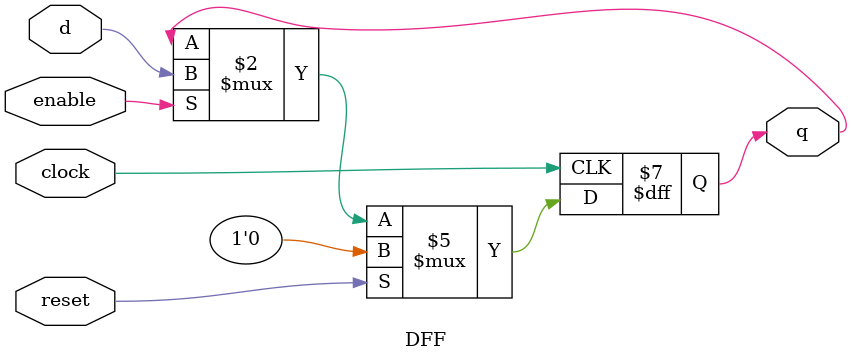
<source format=v>
module lfsr    (
in,
out             ,  // Output of the counter
lineout		,  // output to line
enable          ,  // Enable  for counter
clk             ,  // clock input
reset              // reset input
);

parameter WIDTH= 4;
//----------Output Ports--------------
output [WIDTH-1:0] out;
output lineout;
//------------Input Ports--------------
input [WIDTH-1:0] in;
input enable, clk, reset;
//------------Internal Variables--------
reg [WIDTH-1:0] out;
reg lineout;
wire        linear_feedback;

//-------------Code Starts Here-------
assign linear_feedback = !(out[0] ^ out[1]);

always @(posedge clk)begin 
	if (reset) begin // active high reset
	  out <= in ;
	end else if (enable) begin
	  out <= {linear_feedback,out[3]
		 ,out[2], out[1]};

	// stores single bit output
	// from LSFR
	lineout <= out[1];
	end 
end
endmodule // End Of Module counter



module lfsr3b    (
in,
out             ,  // Output of the counter
lineout		,  // output to line
enable          ,  // Enable  for counter
clk             ,  // clock input
reset              // reset input
);

parameter WIDTH= 3;
//----------Output Ports--------------
output [WIDTH-1:0] out;
output lineout;
//------------Input Ports--------------
input [WIDTH-1:0] in;
input enable, clk, reset;
//------------Internal Variables--------
reg [WIDTH-1:0] out;
reg lineout;
wire        linear_feedback;

//-------------Code Starts Here-------
assign linear_feedback = !(out[0] ^ out[1]);

always @(posedge clk)begin 
	if (reset) begin // active high reset
	  out <= in ;
	end else if (enable) begin
	  out <= {linear_feedback ,out[2], out[1]};

	// stores single bit output
	// from LSFR
	lineout <= out[1];
	end 
end
endmodule // End Of Module counter










// D-FF
module DFF (d,q,clock,enable,reset);
//----------Output Ports--------------
output q;
//------------Input Ports-------------
input d,enable, clock, reset;
//------------Internal Variables--------
reg q;
always @(posedge clock) begin
	if (reset) begin
		q <= 0;
	end else if (enable) begin
		q<=d;
	end
end // end always block
endmodule // end DFF module

</source>
